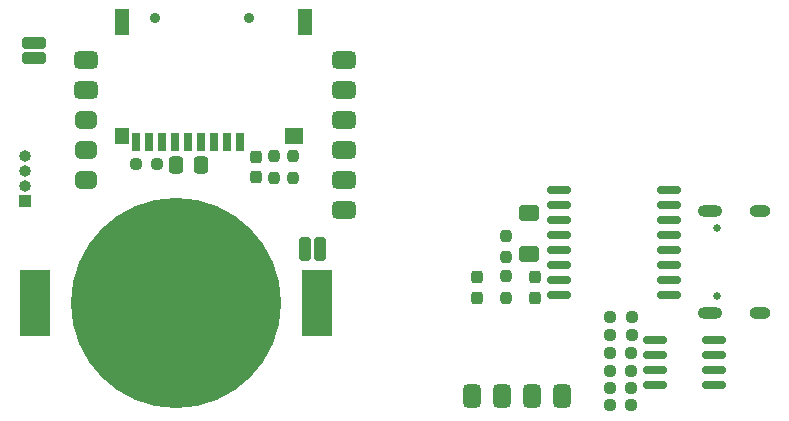
<source format=gbr>
%TF.GenerationSoftware,KiCad,Pcbnew,7.0.2*%
%TF.CreationDate,2024-10-19T10:13:07+03:00*%
%TF.ProjectId,gps_tracer,6770735f-7472-4616-9365-722e6b696361,rev?*%
%TF.SameCoordinates,Original*%
%TF.FileFunction,Soldermask,Bot*%
%TF.FilePolarity,Negative*%
%FSLAX46Y46*%
G04 Gerber Fmt 4.6, Leading zero omitted, Abs format (unit mm)*
G04 Created by KiCad (PCBNEW 7.0.2) date 2024-10-19 10:13:07*
%MOMM*%
%LPD*%
G01*
G04 APERTURE LIST*
G04 Aperture macros list*
%AMRoundRect*
0 Rectangle with rounded corners*
0 $1 Rounding radius*
0 $2 $3 $4 $5 $6 $7 $8 $9 X,Y pos of 4 corners*
0 Add a 4 corners polygon primitive as box body*
4,1,4,$2,$3,$4,$5,$6,$7,$8,$9,$2,$3,0*
0 Add four circle primitives for the rounded corners*
1,1,$1+$1,$2,$3*
1,1,$1+$1,$4,$5*
1,1,$1+$1,$6,$7*
1,1,$1+$1,$8,$9*
0 Add four rect primitives between the rounded corners*
20,1,$1+$1,$2,$3,$4,$5,0*
20,1,$1+$1,$4,$5,$6,$7,0*
20,1,$1+$1,$6,$7,$8,$9,0*
20,1,$1+$1,$8,$9,$2,$3,0*%
G04 Aperture macros list end*
%ADD10C,0.650000*%
%ADD11O,2.100000X1.000000*%
%ADD12O,1.800000X1.000000*%
%ADD13R,1.000000X1.000000*%
%ADD14O,1.000000X1.000000*%
%ADD15RoundRect,0.375000X-0.625000X-0.375000X0.625000X-0.375000X0.625000X0.375000X-0.625000X0.375000X0*%
%ADD16RoundRect,0.375000X-0.525000X-0.375000X0.525000X-0.375000X0.525000X0.375000X-0.525000X0.375000X0*%
%ADD17RoundRect,0.250000X0.750000X0.250000X-0.750000X0.250000X-0.750000X-0.250000X0.750000X-0.250000X0*%
%ADD18RoundRect,0.250000X-0.250000X0.750000X-0.250000X-0.750000X0.250000X-0.750000X0.250000X0.750000X0*%
%ADD19RoundRect,0.375000X-0.375000X0.625000X-0.375000X-0.625000X0.375000X-0.625000X0.375000X0.625000X0*%
%ADD20RoundRect,0.237500X-0.250000X-0.237500X0.250000X-0.237500X0.250000X0.237500X-0.250000X0.237500X0*%
%ADD21RoundRect,0.150000X-0.825000X-0.150000X0.825000X-0.150000X0.825000X0.150000X-0.825000X0.150000X0*%
%ADD22RoundRect,0.237500X-0.237500X0.250000X-0.237500X-0.250000X0.237500X-0.250000X0.237500X0.250000X0*%
%ADD23RoundRect,0.237500X0.237500X-0.250000X0.237500X0.250000X-0.237500X0.250000X-0.237500X-0.250000X0*%
%ADD24RoundRect,0.237500X0.237500X-0.300000X0.237500X0.300000X-0.237500X0.300000X-0.237500X-0.300000X0*%
%ADD25RoundRect,0.250000X-0.600000X0.400000X-0.600000X-0.400000X0.600000X-0.400000X0.600000X0.400000X0*%
%ADD26RoundRect,0.250000X0.337500X0.475000X-0.337500X0.475000X-0.337500X-0.475000X0.337500X-0.475000X0*%
%ADD27RoundRect,0.150000X0.875000X0.150000X-0.875000X0.150000X-0.875000X-0.150000X0.875000X-0.150000X0*%
%ADD28RoundRect,0.237500X0.250000X0.237500X-0.250000X0.237500X-0.250000X-0.237500X0.250000X-0.237500X0*%
%ADD29R,2.600000X5.560000*%
%ADD30C,17.800000*%
%ADD31RoundRect,0.237500X-0.237500X0.300000X-0.237500X-0.300000X0.237500X-0.300000X0.237500X0.300000X0*%
%ADD32C,0.900000*%
%ADD33R,0.700000X1.600000*%
%ADD34R,1.200000X2.200000*%
%ADD35R,1.600000X1.400000*%
%ADD36R,1.200000X1.400000*%
G04 APERTURE END LIST*
D10*
%TO.C,P1*%
X108037400Y-64561200D03*
X108037400Y-58781200D03*
D11*
X107517400Y-65991200D03*
D12*
X111717400Y-65991200D03*
D11*
X107517400Y-57351200D03*
D12*
X111717400Y-57351200D03*
%TD*%
D13*
%TO.C,J3*%
X49460000Y-56550000D03*
D14*
X49460000Y-55280000D03*
X49460000Y-54010000D03*
X49460000Y-52740000D03*
%TD*%
D15*
%TO.C,U7*%
X54620000Y-44580000D03*
X54620000Y-47120000D03*
D16*
X54620000Y-49660000D03*
X54620000Y-52200000D03*
X54620000Y-54740000D03*
D15*
X76464000Y-57280000D03*
X76464000Y-54740000D03*
X76464000Y-52200000D03*
X76464000Y-49660000D03*
X76464000Y-47120000D03*
X76464000Y-44580000D03*
%TD*%
D17*
%TO.C,J4*%
X50240000Y-44450000D03*
X50240000Y-43180000D03*
%TD*%
D18*
%TO.C,J1*%
X74440000Y-60560000D03*
X73170000Y-60560000D03*
%TD*%
D19*
%TO.C,U6*%
X94945200Y-73075800D03*
X92405200Y-73075800D03*
X89865200Y-73075800D03*
X87325200Y-73075800D03*
%TD*%
D20*
%TO.C,R29*%
X99007500Y-70900000D03*
X100832500Y-70900000D03*
%TD*%
%TO.C,JP1*%
X99015000Y-67850000D03*
X100840000Y-67850000D03*
%TD*%
D21*
%TO.C,U13*%
X102865000Y-72105000D03*
X102865000Y-70835000D03*
X102865000Y-69565000D03*
X102865000Y-68295000D03*
X107815000Y-68295000D03*
X107815000Y-69565000D03*
X107815000Y-70835000D03*
X107815000Y-72105000D03*
%TD*%
D22*
%TO.C,R10*%
X72210000Y-52730000D03*
X72210000Y-54555000D03*
%TD*%
D23*
%TO.C,R31*%
X90190000Y-61310000D03*
X90190000Y-59485000D03*
%TD*%
D24*
%TO.C,C16*%
X69010000Y-54520000D03*
X69010000Y-52795000D03*
%TD*%
D20*
%TO.C,JP3*%
X99005000Y-72370000D03*
X100830000Y-72370000D03*
%TD*%
D24*
%TO.C,C27*%
X92660000Y-64700000D03*
X92660000Y-62975000D03*
%TD*%
D20*
%TO.C,R28*%
X99035000Y-66320000D03*
X100860000Y-66320000D03*
%TD*%
%TO.C,JP2*%
X99005000Y-69370000D03*
X100830000Y-69370000D03*
%TD*%
D25*
%TO.C,D3*%
X92130000Y-57520000D03*
X92130000Y-61020000D03*
%TD*%
D22*
%TO.C,JP4*%
X90230000Y-62920000D03*
X90230000Y-64745000D03*
%TD*%
D26*
%TO.C,C1*%
X64345000Y-53480000D03*
X62270000Y-53480000D03*
%TD*%
D27*
%TO.C,U14*%
X103990000Y-55580000D03*
X103990000Y-56850000D03*
X103990000Y-58120000D03*
X103990000Y-59390000D03*
X103990000Y-60660000D03*
X103990000Y-61930000D03*
X103990000Y-63200000D03*
X103990000Y-64470000D03*
X94690000Y-64470000D03*
X94690000Y-63200000D03*
X94690000Y-61930000D03*
X94690000Y-60660000D03*
X94690000Y-59390000D03*
X94690000Y-58120000D03*
X94690000Y-56850000D03*
X94690000Y-55580000D03*
%TD*%
D28*
%TO.C,R12*%
X60670000Y-53400000D03*
X58845000Y-53400000D03*
%TD*%
D29*
%TO.C,BT1*%
X50370000Y-65130000D03*
X74180000Y-65130000D03*
D30*
X62275000Y-65130000D03*
%TD*%
D22*
%TO.C,R24*%
X70550000Y-52730000D03*
X70550000Y-54555000D03*
%TD*%
D31*
%TO.C,C28*%
X87720000Y-62980000D03*
X87720000Y-64705000D03*
%TD*%
D20*
%TO.C,R30*%
X99005000Y-73830000D03*
X100830000Y-73830000D03*
%TD*%
D32*
%TO.C,J5*%
X68480000Y-41010000D03*
X60480000Y-41010000D03*
D33*
X67680000Y-51510000D03*
X66580000Y-51510000D03*
X65480000Y-51510000D03*
X64380000Y-51510000D03*
X63280000Y-51510000D03*
X62180000Y-51510000D03*
X61080000Y-51510000D03*
X59980000Y-51510000D03*
X58880000Y-51510000D03*
D34*
X73180000Y-41410000D03*
D35*
X72280000Y-51010000D03*
D36*
X57680000Y-51010000D03*
D34*
X57680000Y-41410000D03*
%TD*%
M02*

</source>
